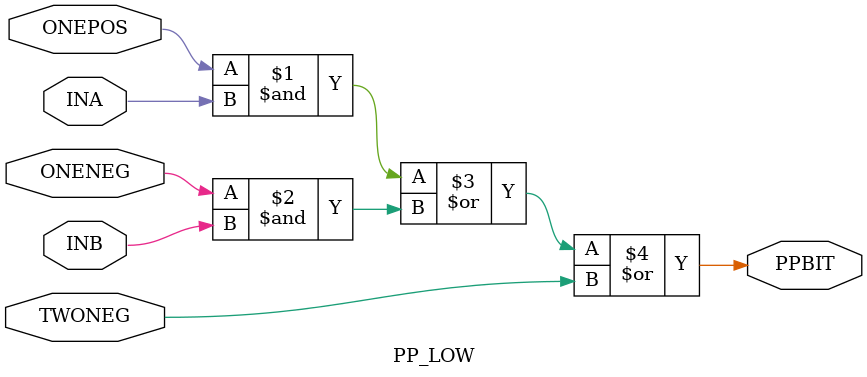
<source format=v>
module PP_LOW ( ONEPOS, ONENEG, TWONEG, INA, INB, PPBIT );
input  ONEPOS;
input  ONENEG;
input  TWONEG;
input  INA;
input  INB;
output PPBIT;
   assign PPBIT = (ONEPOS & INA) | (ONENEG & INB) | TWONEG;
endmodule
</source>
